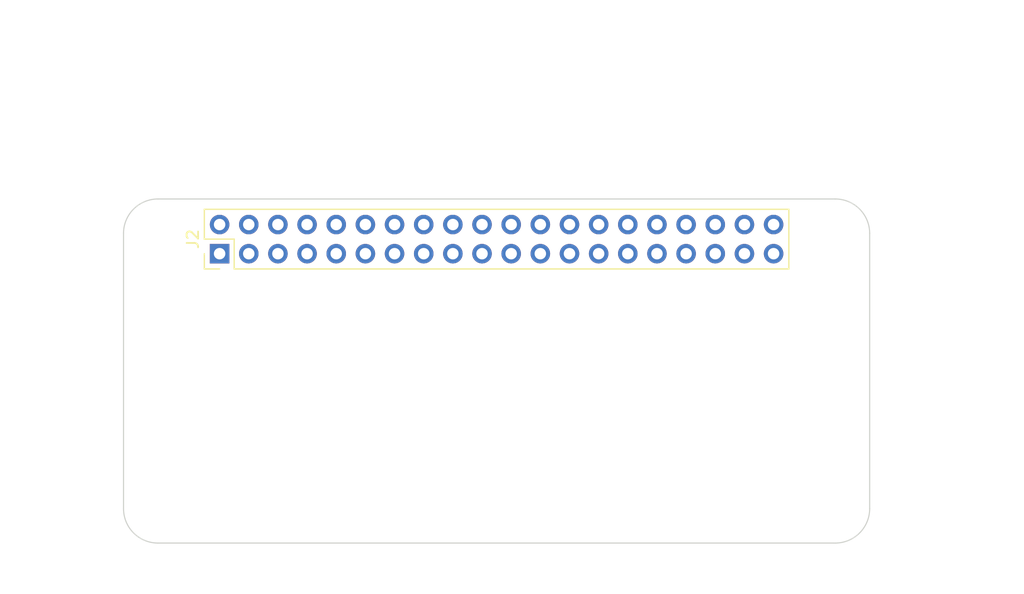
<source format=kicad_pcb>
(kicad_pcb (version 20171130) (host pcbnew "(5.1.5)-2")

  (general
    (thickness 1.6)
    (drawings 17)
    (tracks 0)
    (zones 0)
    (modules 5)
    (nets 41)
  )

  (page A4)
  (layers
    (0 F.Cu signal)
    (31 B.Cu signal)
    (34 B.Paste user)
    (35 F.Paste user)
    (36 B.SilkS user)
    (37 F.SilkS user)
    (38 B.Mask user)
    (39 F.Mask user)
    (40 Dwgs.User user)
    (41 Cmts.User user)
    (44 Edge.Cuts user)
    (48 B.Fab user)
    (49 F.Fab user)
  )

  (setup
    (last_trace_width 0.25)
    (user_trace_width 0.01)
    (user_trace_width 0.02)
    (user_trace_width 0.05)
    (user_trace_width 0.1)
    (user_trace_width 0.2)
    (trace_clearance 0.2)
    (zone_clearance 0.508)
    (zone_45_only no)
    (trace_min 0.01)
    (via_size 0.6)
    (via_drill 0.4)
    (via_min_size 0.4)
    (via_min_drill 0.3)
    (uvia_size 0.3)
    (uvia_drill 0.1)
    (uvias_allowed no)
    (uvia_min_size 0.2)
    (uvia_min_drill 0.1)
    (edge_width 0.1)
    (segment_width 0.2)
    (pcb_text_width 0.3)
    (pcb_text_size 1.5 1.5)
    (mod_edge_width 0.15)
    (mod_text_size 1 1)
    (mod_text_width 0.15)
    (pad_size 2.75 2.75)
    (pad_drill 2.75)
    (pad_to_mask_clearance 0)
    (aux_axis_origin 0 0)
    (visible_elements 7FFFFFFF)
    (pcbplotparams
      (layerselection 0x01330_80000001)
      (usegerberextensions false)
      (usegerberattributes false)
      (usegerberadvancedattributes false)
      (creategerberjobfile false)
      (excludeedgelayer true)
      (linewidth 0.100000)
      (plotframeref false)
      (viasonmask false)
      (mode 1)
      (useauxorigin false)
      (hpglpennumber 1)
      (hpglpenspeed 20)
      (hpglpendiameter 15.000000)
      (psnegative false)
      (psa4output false)
      (plotreference true)
      (plotvalue true)
      (plotinvisibletext false)
      (padsonsilk false)
      (subtractmaskfromsilk false)
      (outputformat 4)
      (mirror false)
      (drillshape 2)
      (scaleselection 1)
      (outputdirectory "meta/"))
  )

  (net 0 "")
  (net 1 "Net-(J2-Pad1)")
  (net 2 "Net-(J2-Pad2)")
  (net 3 "Net-(J2-Pad3)")
  (net 4 "Net-(J2-Pad4)")
  (net 5 "Net-(J2-Pad5)")
  (net 6 "Net-(J2-Pad6)")
  (net 7 "Net-(J2-Pad7)")
  (net 8 "Net-(J2-Pad8)")
  (net 9 "Net-(J2-Pad9)")
  (net 10 "Net-(J2-Pad10)")
  (net 11 "Net-(J2-Pad11)")
  (net 12 "Net-(J2-Pad12)")
  (net 13 "Net-(J2-Pad13)")
  (net 14 "Net-(J2-Pad14)")
  (net 15 "Net-(J2-Pad15)")
  (net 16 "Net-(J2-Pad16)")
  (net 17 "Net-(J2-Pad17)")
  (net 18 "Net-(J2-Pad18)")
  (net 19 "Net-(J2-Pad19)")
  (net 20 "Net-(J2-Pad20)")
  (net 21 "Net-(J2-Pad21)")
  (net 22 "Net-(J2-Pad22)")
  (net 23 "Net-(J2-Pad23)")
  (net 24 "Net-(J2-Pad24)")
  (net 25 "Net-(J2-Pad25)")
  (net 26 "Net-(J2-Pad26)")
  (net 27 "Net-(J2-Pad27)")
  (net 28 "Net-(J2-Pad28)")
  (net 29 "Net-(J2-Pad29)")
  (net 30 "Net-(J2-Pad30)")
  (net 31 "Net-(J2-Pad31)")
  (net 32 "Net-(J2-Pad32)")
  (net 33 "Net-(J2-Pad33)")
  (net 34 "Net-(J2-Pad34)")
  (net 35 "Net-(J2-Pad35)")
  (net 36 "Net-(J2-Pad36)")
  (net 37 "Net-(J2-Pad37)")
  (net 38 "Net-(J2-Pad38)")
  (net 39 "Net-(J2-Pad39)")
  (net 40 "Net-(J2-Pad40)")

  (net_class Default "This is the default net class."
    (clearance 0.2)
    (trace_width 0.25)
    (via_dia 0.6)
    (via_drill 0.4)
    (uvia_dia 0.3)
    (uvia_drill 0.1)
    (add_net "Net-(J2-Pad1)")
    (add_net "Net-(J2-Pad10)")
    (add_net "Net-(J2-Pad11)")
    (add_net "Net-(J2-Pad12)")
    (add_net "Net-(J2-Pad13)")
    (add_net "Net-(J2-Pad14)")
    (add_net "Net-(J2-Pad15)")
    (add_net "Net-(J2-Pad16)")
    (add_net "Net-(J2-Pad17)")
    (add_net "Net-(J2-Pad18)")
    (add_net "Net-(J2-Pad19)")
    (add_net "Net-(J2-Pad2)")
    (add_net "Net-(J2-Pad20)")
    (add_net "Net-(J2-Pad21)")
    (add_net "Net-(J2-Pad22)")
    (add_net "Net-(J2-Pad23)")
    (add_net "Net-(J2-Pad24)")
    (add_net "Net-(J2-Pad25)")
    (add_net "Net-(J2-Pad26)")
    (add_net "Net-(J2-Pad27)")
    (add_net "Net-(J2-Pad28)")
    (add_net "Net-(J2-Pad29)")
    (add_net "Net-(J2-Pad3)")
    (add_net "Net-(J2-Pad30)")
    (add_net "Net-(J2-Pad31)")
    (add_net "Net-(J2-Pad32)")
    (add_net "Net-(J2-Pad33)")
    (add_net "Net-(J2-Pad34)")
    (add_net "Net-(J2-Pad35)")
    (add_net "Net-(J2-Pad36)")
    (add_net "Net-(J2-Pad37)")
    (add_net "Net-(J2-Pad38)")
    (add_net "Net-(J2-Pad39)")
    (add_net "Net-(J2-Pad4)")
    (add_net "Net-(J2-Pad40)")
    (add_net "Net-(J2-Pad5)")
    (add_net "Net-(J2-Pad6)")
    (add_net "Net-(J2-Pad7)")
    (add_net "Net-(J2-Pad8)")
    (add_net "Net-(J2-Pad9)")
  )

  (module Connector_PinHeader_2.54mm:PinHeader_2x20_P2.54mm_Vertical (layer F.Cu) (tedit 59FED5CC) (tstamp 5B55D6D3)
    (at 20.87 29.27 90)
    (descr "Through hole straight pin header, 2x20, 2.54mm pitch, double rows")
    (tags "Through hole pin header THT 2x20 2.54mm double row")
    (path /5515D395/5516AE26)
    (fp_text reference J2 (at 1.27 -2.33 90) (layer F.SilkS)
      (effects (font (size 1 1) (thickness 0.15)))
    )
    (fp_text value RPi_GPIO (at 1.27 50.59 90) (layer F.Fab)
      (effects (font (size 1 1) (thickness 0.15)))
    )
    (fp_text user %R (at 1.27 24.13 180) (layer F.Fab)
      (effects (font (size 1 1) (thickness 0.15)))
    )
    (fp_line (start 4.35 -1.8) (end -1.8 -1.8) (layer F.CrtYd) (width 0.05))
    (fp_line (start 4.35 50.05) (end 4.35 -1.8) (layer F.CrtYd) (width 0.05))
    (fp_line (start -1.8 50.05) (end 4.35 50.05) (layer F.CrtYd) (width 0.05))
    (fp_line (start -1.8 -1.8) (end -1.8 50.05) (layer F.CrtYd) (width 0.05))
    (fp_line (start -1.33 -1.33) (end 0 -1.33) (layer F.SilkS) (width 0.12))
    (fp_line (start -1.33 0) (end -1.33 -1.33) (layer F.SilkS) (width 0.12))
    (fp_line (start 1.27 -1.33) (end 3.87 -1.33) (layer F.SilkS) (width 0.12))
    (fp_line (start 1.27 1.27) (end 1.27 -1.33) (layer F.SilkS) (width 0.12))
    (fp_line (start -1.33 1.27) (end 1.27 1.27) (layer F.SilkS) (width 0.12))
    (fp_line (start 3.87 -1.33) (end 3.87 49.59) (layer F.SilkS) (width 0.12))
    (fp_line (start -1.33 1.27) (end -1.33 49.59) (layer F.SilkS) (width 0.12))
    (fp_line (start -1.33 49.59) (end 3.87 49.59) (layer F.SilkS) (width 0.12))
    (fp_line (start -1.27 0) (end 0 -1.27) (layer F.Fab) (width 0.1))
    (fp_line (start -1.27 49.53) (end -1.27 0) (layer F.Fab) (width 0.1))
    (fp_line (start 3.81 49.53) (end -1.27 49.53) (layer F.Fab) (width 0.1))
    (fp_line (start 3.81 -1.27) (end 3.81 49.53) (layer F.Fab) (width 0.1))
    (fp_line (start 0 -1.27) (end 3.81 -1.27) (layer F.Fab) (width 0.1))
    (pad 40 thru_hole oval (at 2.54 48.26 90) (size 1.7 1.7) (drill 1) (layers *.Cu *.Mask)
      (net 40 "Net-(J2-Pad40)"))
    (pad 39 thru_hole oval (at 0 48.26 90) (size 1.7 1.7) (drill 1) (layers *.Cu *.Mask)
      (net 39 "Net-(J2-Pad39)"))
    (pad 38 thru_hole oval (at 2.54 45.72 90) (size 1.7 1.7) (drill 1) (layers *.Cu *.Mask)
      (net 38 "Net-(J2-Pad38)"))
    (pad 37 thru_hole oval (at 0 45.72 90) (size 1.7 1.7) (drill 1) (layers *.Cu *.Mask)
      (net 37 "Net-(J2-Pad37)"))
    (pad 36 thru_hole oval (at 2.54 43.18 90) (size 1.7 1.7) (drill 1) (layers *.Cu *.Mask)
      (net 36 "Net-(J2-Pad36)"))
    (pad 35 thru_hole oval (at 0 43.18 90) (size 1.7 1.7) (drill 1) (layers *.Cu *.Mask)
      (net 35 "Net-(J2-Pad35)"))
    (pad 34 thru_hole oval (at 2.54 40.64 90) (size 1.7 1.7) (drill 1) (layers *.Cu *.Mask)
      (net 34 "Net-(J2-Pad34)"))
    (pad 33 thru_hole oval (at 0 40.64 90) (size 1.7 1.7) (drill 1) (layers *.Cu *.Mask)
      (net 33 "Net-(J2-Pad33)"))
    (pad 32 thru_hole oval (at 2.54 38.1 90) (size 1.7 1.7) (drill 1) (layers *.Cu *.Mask)
      (net 32 "Net-(J2-Pad32)"))
    (pad 31 thru_hole oval (at 0 38.1 90) (size 1.7 1.7) (drill 1) (layers *.Cu *.Mask)
      (net 31 "Net-(J2-Pad31)"))
    (pad 30 thru_hole oval (at 2.54 35.56 90) (size 1.7 1.7) (drill 1) (layers *.Cu *.Mask)
      (net 30 "Net-(J2-Pad30)"))
    (pad 29 thru_hole oval (at 0 35.56 90) (size 1.7 1.7) (drill 1) (layers *.Cu *.Mask)
      (net 29 "Net-(J2-Pad29)"))
    (pad 28 thru_hole oval (at 2.54 33.02 90) (size 1.7 1.7) (drill 1) (layers *.Cu *.Mask)
      (net 28 "Net-(J2-Pad28)"))
    (pad 27 thru_hole oval (at 0 33.02 90) (size 1.7 1.7) (drill 1) (layers *.Cu *.Mask)
      (net 27 "Net-(J2-Pad27)"))
    (pad 26 thru_hole oval (at 2.54 30.48 90) (size 1.7 1.7) (drill 1) (layers *.Cu *.Mask)
      (net 26 "Net-(J2-Pad26)"))
    (pad 25 thru_hole oval (at 0 30.48 90) (size 1.7 1.7) (drill 1) (layers *.Cu *.Mask)
      (net 25 "Net-(J2-Pad25)"))
    (pad 24 thru_hole oval (at 2.54 27.94 90) (size 1.7 1.7) (drill 1) (layers *.Cu *.Mask)
      (net 24 "Net-(J2-Pad24)"))
    (pad 23 thru_hole oval (at 0 27.94 90) (size 1.7 1.7) (drill 1) (layers *.Cu *.Mask)
      (net 23 "Net-(J2-Pad23)"))
    (pad 22 thru_hole oval (at 2.54 25.4 90) (size 1.7 1.7) (drill 1) (layers *.Cu *.Mask)
      (net 22 "Net-(J2-Pad22)"))
    (pad 21 thru_hole oval (at 0 25.4 90) (size 1.7 1.7) (drill 1) (layers *.Cu *.Mask)
      (net 21 "Net-(J2-Pad21)"))
    (pad 20 thru_hole oval (at 2.54 22.86 90) (size 1.7 1.7) (drill 1) (layers *.Cu *.Mask)
      (net 20 "Net-(J2-Pad20)"))
    (pad 19 thru_hole oval (at 0 22.86 90) (size 1.7 1.7) (drill 1) (layers *.Cu *.Mask)
      (net 19 "Net-(J2-Pad19)"))
    (pad 18 thru_hole oval (at 2.54 20.32 90) (size 1.7 1.7) (drill 1) (layers *.Cu *.Mask)
      (net 18 "Net-(J2-Pad18)"))
    (pad 17 thru_hole oval (at 0 20.32 90) (size 1.7 1.7) (drill 1) (layers *.Cu *.Mask)
      (net 17 "Net-(J2-Pad17)"))
    (pad 16 thru_hole oval (at 2.54 17.78 90) (size 1.7 1.7) (drill 1) (layers *.Cu *.Mask)
      (net 16 "Net-(J2-Pad16)"))
    (pad 15 thru_hole oval (at 0 17.78 90) (size 1.7 1.7) (drill 1) (layers *.Cu *.Mask)
      (net 15 "Net-(J2-Pad15)"))
    (pad 14 thru_hole oval (at 2.54 15.24 90) (size 1.7 1.7) (drill 1) (layers *.Cu *.Mask)
      (net 14 "Net-(J2-Pad14)"))
    (pad 13 thru_hole oval (at 0 15.24 90) (size 1.7 1.7) (drill 1) (layers *.Cu *.Mask)
      (net 13 "Net-(J2-Pad13)"))
    (pad 12 thru_hole oval (at 2.54 12.7 90) (size 1.7 1.7) (drill 1) (layers *.Cu *.Mask)
      (net 12 "Net-(J2-Pad12)"))
    (pad 11 thru_hole oval (at 0 12.7 90) (size 1.7 1.7) (drill 1) (layers *.Cu *.Mask)
      (net 11 "Net-(J2-Pad11)"))
    (pad 10 thru_hole oval (at 2.54 10.16 90) (size 1.7 1.7) (drill 1) (layers *.Cu *.Mask)
      (net 10 "Net-(J2-Pad10)"))
    (pad 9 thru_hole oval (at 0 10.16 90) (size 1.7 1.7) (drill 1) (layers *.Cu *.Mask)
      (net 9 "Net-(J2-Pad9)"))
    (pad 8 thru_hole oval (at 2.54 7.62 90) (size 1.7 1.7) (drill 1) (layers *.Cu *.Mask)
      (net 8 "Net-(J2-Pad8)"))
    (pad 7 thru_hole oval (at 0 7.62 90) (size 1.7 1.7) (drill 1) (layers *.Cu *.Mask)
      (net 7 "Net-(J2-Pad7)"))
    (pad 6 thru_hole oval (at 2.54 5.08 90) (size 1.7 1.7) (drill 1) (layers *.Cu *.Mask)
      (net 6 "Net-(J2-Pad6)"))
    (pad 5 thru_hole oval (at 0 5.08 90) (size 1.7 1.7) (drill 1) (layers *.Cu *.Mask)
      (net 5 "Net-(J2-Pad5)"))
    (pad 4 thru_hole oval (at 2.54 2.54 90) (size 1.7 1.7) (drill 1) (layers *.Cu *.Mask)
      (net 4 "Net-(J2-Pad4)"))
    (pad 3 thru_hole oval (at 0 2.54 90) (size 1.7 1.7) (drill 1) (layers *.Cu *.Mask)
      (net 3 "Net-(J2-Pad3)"))
    (pad 2 thru_hole oval (at 2.54 0 90) (size 1.7 1.7) (drill 1) (layers *.Cu *.Mask)
      (net 2 "Net-(J2-Pad2)"))
    (pad 1 thru_hole rect (at 0 0 90) (size 1.7 1.7) (drill 1) (layers *.Cu *.Mask)
      (net 1 "Net-(J2-Pad1)"))
    (model ${KISYS3DMOD}/Connector_PinHeader_2.54mm.3dshapes/PinHeader_2x20_P2.54mm_Vertical.wrl
      (at (xyz 0 0 0))
      (scale (xyz 1 1 1))
      (rotate (xyz 0 0 0))
    )
  )

  (module RPi_Hat:RPi_Hat_Mounting_Hole locked (layer F.Cu) (tedit 55217CCB) (tstamp 58B743A7)
    (at 16 51)
    (descr "Mounting hole, Befestigungsbohrung, 2,7mm, No Annular, Kein Restring,")
    (tags "Mounting hole, Befestigungsbohrung, 2,7mm, No Annular, Kein Restring,")
    (fp_text reference "" (at 0 -4.0005) (layer F.SilkS) hide
      (effects (font (size 1 1) (thickness 0.15)))
    )
    (fp_text value "" (at 0.09906 3.59918) (layer F.Fab) hide
      (effects (font (size 1 1) (thickness 0.15)))
    )
    (fp_circle (center 0 0) (end 1.375 0) (layer F.Fab) (width 0.15))
    (fp_circle (center 0 0) (end 3.1 0) (layer F.Fab) (width 0.15))
    (fp_circle (center 0 0) (end 3.1 0) (layer B.Fab) (width 0.15))
    (fp_circle (center 0 0) (end 1.375 0) (layer B.Fab) (width 0.15))
    (fp_circle (center 0 0) (end 3.1 0) (layer F.CrtYd) (width 0.15))
    (fp_circle (center 0 0) (end 3.1 0) (layer B.CrtYd) (width 0.15))
    (pad "" np_thru_hole circle (at 0 0) (size 2.75 2.75) (drill 2.75) (layers *.Cu *.Mask)
      (solder_mask_margin 1.725) (clearance 1.725))
  )

  (module RPi_Hat:RPi_Hat_Mounting_Hole locked (layer F.Cu) (tedit 55217C7B) (tstamp 5515DEA9)
    (at 74 28)
    (descr "Mounting hole, Befestigungsbohrung, 2,7mm, No Annular, Kein Restring,")
    (tags "Mounting hole, Befestigungsbohrung, 2,7mm, No Annular, Kein Restring,")
    (fp_text reference "" (at 0 -4.0005) (layer F.SilkS) hide
      (effects (font (size 1 1) (thickness 0.15)))
    )
    (fp_text value "" (at 0.09906 3.59918) (layer F.Fab) hide
      (effects (font (size 1 1) (thickness 0.15)))
    )
    (fp_circle (center 0 0) (end 1.375 0) (layer F.Fab) (width 0.15))
    (fp_circle (center 0 0) (end 3.1 0) (layer F.Fab) (width 0.15))
    (fp_circle (center 0 0) (end 3.1 0) (layer B.Fab) (width 0.15))
    (fp_circle (center 0 0) (end 1.375 0) (layer B.Fab) (width 0.15))
    (fp_circle (center 0 0) (end 3.1 0) (layer F.CrtYd) (width 0.15))
    (fp_circle (center 0 0) (end 3.1 0) (layer B.CrtYd) (width 0.15))
    (pad "" np_thru_hole circle (at 0 0) (size 2.75 2.75) (drill 2.75) (layers *.Cu *.Mask)
      (solder_mask_margin 1.725) (clearance 1.725))
  )

  (module RPi_Hat:RPi_Hat_Mounting_Hole locked (layer F.Cu) (tedit 55217CCB) (tstamp 55169DC9)
    (at 74 51)
    (descr "Mounting hole, Befestigungsbohrung, 2,7mm, No Annular, Kein Restring,")
    (tags "Mounting hole, Befestigungsbohrung, 2,7mm, No Annular, Kein Restring,")
    (fp_text reference "" (at 0 -4.0005) (layer F.SilkS) hide
      (effects (font (size 1 1) (thickness 0.15)))
    )
    (fp_text value "" (at 0.09906 3.59918) (layer F.Fab) hide
      (effects (font (size 1 1) (thickness 0.15)))
    )
    (fp_circle (center 0 0) (end 1.375 0) (layer F.Fab) (width 0.15))
    (fp_circle (center 0 0) (end 3.1 0) (layer F.Fab) (width 0.15))
    (fp_circle (center 0 0) (end 3.1 0) (layer B.Fab) (width 0.15))
    (fp_circle (center 0 0) (end 1.375 0) (layer B.Fab) (width 0.15))
    (fp_circle (center 0 0) (end 3.1 0) (layer F.CrtYd) (width 0.15))
    (fp_circle (center 0 0) (end 3.1 0) (layer B.CrtYd) (width 0.15))
    (pad "" np_thru_hole circle (at 0 0) (size 2.75 2.75) (drill 2.75) (layers *.Cu *.Mask)
      (solder_mask_margin 1.725) (clearance 1.725))
  )

  (module RPi_Hat:RPi_Hat_Mounting_Hole locked (layer F.Cu) (tedit 55217CA2) (tstamp 5515DEBF)
    (at 16 28)
    (descr "Mounting hole, Befestigungsbohrung, 2,7mm, No Annular, Kein Restring,")
    (tags "Mounting hole, Befestigungsbohrung, 2,7mm, No Annular, Kein Restring,")
    (fp_text reference "" (at 0 -4.0005) (layer F.SilkS) hide
      (effects (font (size 1 1) (thickness 0.15)))
    )
    (fp_text value "" (at 0.09906 3.59918) (layer F.Fab) hide
      (effects (font (size 1 1) (thickness 0.15)))
    )
    (fp_circle (center 0 0) (end 1.375 0) (layer F.Fab) (width 0.15))
    (fp_circle (center 0 0) (end 3.1 0) (layer F.Fab) (width 0.15))
    (fp_circle (center 0 0) (end 3.1 0) (layer B.Fab) (width 0.15))
    (fp_circle (center 0 0) (end 1.375 0) (layer B.Fab) (width 0.15))
    (fp_circle (center 0 0) (end 3.1 0) (layer F.CrtYd) (width 0.15))
    (fp_circle (center 0 0) (end 3.1 0) (layer B.CrtYd) (width 0.15))
    (pad "" np_thru_hole circle (at 0 0) (size 2.75 2.75) (drill 2.75) (layers *.Cu *.Mask)
      (solder_mask_margin 1.725) (clearance 1.725))
  )

  (gr_line (start 12.5 51.5) (end 12.5 27.5) (layer Edge.Cuts) (width 0.1) (tstamp 5E33DCDB))
  (gr_line (start 77.5 27.5) (end 77.5 51.5) (layer Edge.Cuts) (width 0.1) (tstamp 5E33DCDA))
  (gr_arc (start 15.5 27.5) (end 12.5 27.5) (angle 90) (layer Edge.Cuts) (width 0.1) (tstamp 5B55F169))
  (gr_line (start 15.5 24.5) (end 74.5 24.5) (angle 90) (layer Edge.Cuts) (width 0.1) (tstamp 5B55F01C))
  (gr_arc (start 74.5 27.5) (end 74.5 24.5) (angle 90) (layer Edge.Cuts) (width 0.1) (tstamp 5B55EED3))
  (dimension 30.5 (width 0.15) (layer Dwgs.User)
    (gr_text "30.5 mm (SMT socket)" (at 88.05 39.25 270) (layer Dwgs.User)
      (effects (font (size 1.5 1.5) (thickness 0.15)))
    )
    (feature1 (pts (xy 78.5 54.5) (xy 89.1 54.5)))
    (feature2 (pts (xy 78.5 24) (xy 89.1 24)))
    (crossbar (pts (xy 87 24) (xy 87 54.5)))
    (arrow1a (pts (xy 87 54.5) (xy 86.413579 53.373496)))
    (arrow1b (pts (xy 87 54.5) (xy 87.586421 53.373496)))
    (arrow2a (pts (xy 87 24) (xy 86.413579 25.126504)))
    (arrow2b (pts (xy 87 24) (xy 87.586421 25.126504)))
  )
  (dimension 30 (width 0.15) (layer Dwgs.User)
    (gr_text "30 mm (Thru-hole)" (at 83.05 39.5 270) (layer Dwgs.User)
      (effects (font (size 1.5 1.5) (thickness 0.15)))
    )
    (feature1 (pts (xy 78.5 54.5) (xy 84.1 54.5)))
    (feature2 (pts (xy 78.5 24.5) (xy 84.1 24.5)))
    (crossbar (pts (xy 82 24.5) (xy 82 54.5)))
    (arrow1a (pts (xy 82 54.5) (xy 81.413579 53.373496)))
    (arrow1b (pts (xy 82 54.5) (xy 82.586421 53.373496)))
    (arrow2a (pts (xy 82 24.5) (xy 81.413579 25.626504)))
    (arrow2b (pts (xy 82 24.5) (xy 82.586421 25.626504)))
  )
  (dimension 23 (width 0.15) (layer Dwgs.User)
    (gr_text "23.000 mm" (at 7.95 39.5 90) (layer Dwgs.User)
      (effects (font (size 1.5 1.5) (thickness 0.15)))
    )
    (feature1 (pts (xy 11.5 28) (xy 6.9 28)))
    (feature2 (pts (xy 11.5 51) (xy 6.9 51)))
    (crossbar (pts (xy 9 51) (xy 9 28)))
    (arrow1a (pts (xy 9 28) (xy 9.586421 29.126504)))
    (arrow1b (pts (xy 9 28) (xy 8.413579 29.126504)))
    (arrow2a (pts (xy 9 51) (xy 9.586421 49.873496)))
    (arrow2b (pts (xy 9 51) (xy 8.413579 49.873496)))
  )
  (gr_text "Select one of these board edges depending \nupon the type of socket that is used." (at 20.5 9.5) (layer Cmts.User)
    (effects (font (size 1.5 1.5) (thickness 0.15)) (justify left))
  )
  (dimension 3.5 (width 0.15) (layer Dwgs.User)
    (gr_text "3.5 mm" (at 21 58.5) (layer Dwgs.User)
      (effects (font (size 1.5 1.5) (thickness 0.15)))
    )
    (feature1 (pts (xy 16.068883 55.2811) (xy 16.068883 60.3811)))
    (feature2 (pts (xy 12.568883 55.2811) (xy 12.568883 60.3811)))
    (crossbar (pts (xy 12.568883 58.2811) (xy 16.068883 58.2811)))
    (arrow1a (pts (xy 16.068883 58.2811) (xy 14.942379 58.867521)))
    (arrow1b (pts (xy 16.068883 58.2811) (xy 14.942379 57.694679)))
    (arrow2a (pts (xy 12.568883 58.2811) (xy 13.695387 58.867521)))
    (arrow2b (pts (xy 12.568883 58.2811) (xy 13.695387 57.694679)))
  )
  (dimension 3.5 (width 0.15) (layer Dwgs.User) (tstamp 55169E80)
    (gr_text "3.5 mm" (at 22.5 46 270) (layer Dwgs.User) (tstamp 55169E80)
      (effects (font (size 1.5 1.5) (thickness 0.15)))
    )
    (feature1 (pts (xy 20 54.5) (xy 24.6 54.5)))
    (feature2 (pts (xy 20 51) (xy 24.6 51)))
    (crossbar (pts (xy 22.5 51) (xy 22.5 54.5)))
    (arrow1a (pts (xy 22.5 54.5) (xy 21.913579 53.373496)))
    (arrow1b (pts (xy 22.5 54.5) (xy 23.086421 53.373496)))
    (arrow2a (pts (xy 22.5 51) (xy 21.913579 52.126504)))
    (arrow2b (pts (xy 22.5 51) (xy 23.086421 52.126504)))
  )
  (dimension 29 (width 0.15) (layer Dwgs.User)
    (gr_text "29 mm" (at 30.5 35.849999) (layer Dwgs.User)
      (effects (font (size 1.5 1.5) (thickness 0.15)))
    )
    (feature1 (pts (xy 45 32) (xy 45 37.199999)))
    (feature2 (pts (xy 16 32) (xy 16 37.199999)))
    (crossbar (pts (xy 16 34.499999) (xy 45 34.499999)))
    (arrow1a (pts (xy 45 34.499999) (xy 43.873496 35.08642)))
    (arrow1b (pts (xy 45 34.499999) (xy 43.873496 33.913578)))
    (arrow2a (pts (xy 16 34.499999) (xy 17.126504 35.08642)))
    (arrow2b (pts (xy 16 34.499999) (xy 17.126504 33.913578)))
  )
  (dimension 58 (width 0.15) (layer Dwgs.User)
    (gr_text "58 mm" (at 45 19.15) (layer Dwgs.User)
      (effects (font (size 1.5 1.5) (thickness 0.15)))
    )
    (feature1 (pts (xy 74 23) (xy 74 17.8)))
    (feature2 (pts (xy 16 23) (xy 16 17.8)))
    (crossbar (pts (xy 16 20.5) (xy 74 20.5)))
    (arrow1a (pts (xy 74 20.5) (xy 72.873496 21.086421)))
    (arrow1b (pts (xy 74 20.5) (xy 72.873496 19.913579)))
    (arrow2a (pts (xy 16 20.5) (xy 17.126504 21.086421)))
    (arrow2b (pts (xy 16 20.5) (xy 17.126504 19.913579)))
  )
  (dimension 65 (width 0.15) (layer Dwgs.User)
    (gr_text "65 mm" (at 45 14.65) (layer Dwgs.User)
      (effects (font (size 1.5 1.5) (thickness 0.15)))
    )
    (feature1 (pts (xy 77.5 23) (xy 77.5 13.3)))
    (feature2 (pts (xy 12.5 23) (xy 12.5 13.3)))
    (crossbar (pts (xy 12.5 16) (xy 77.5 16)))
    (arrow1a (pts (xy 77.5 16) (xy 76.373496 16.586421)))
    (arrow1b (pts (xy 77.5 16) (xy 76.373496 15.413579)))
    (arrow2a (pts (xy 12.5 16) (xy 13.626504 16.586421)))
    (arrow2b (pts (xy 12.5 16) (xy 13.626504 15.413579)))
  )
  (gr_arc (start 74.5 51.5) (end 77.5 51.5) (angle 90) (layer Edge.Cuts) (width 0.1) (tstamp 55157FFB))
  (gr_arc (start 15.5 51.5) (end 15.5 54.5) (angle 90) (layer Edge.Cuts) (width 0.1) (tstamp 55157FCE))
  (gr_line (start 15.5 54.5) (end 74.5 54.5) (angle 90) (layer Edge.Cuts) (width 0.1))

)

</source>
